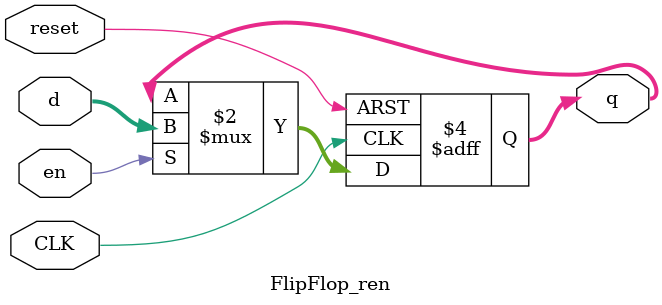
<source format=v>
`timescale 1ns / 1ps
module FlipFlop_ren#(parameter WIDTH = 8)(
    input CLK,
    input reset,
    input en,
    input [WIDTH-1:0] d,
    output reg [WIDTH-1:0] q
    );
	 
	 always @(posedge CLK, posedge reset)
		begin
			if(reset)
				q <= 0;
			else if(en)
				q <= d;	
		end


endmodule

</source>
